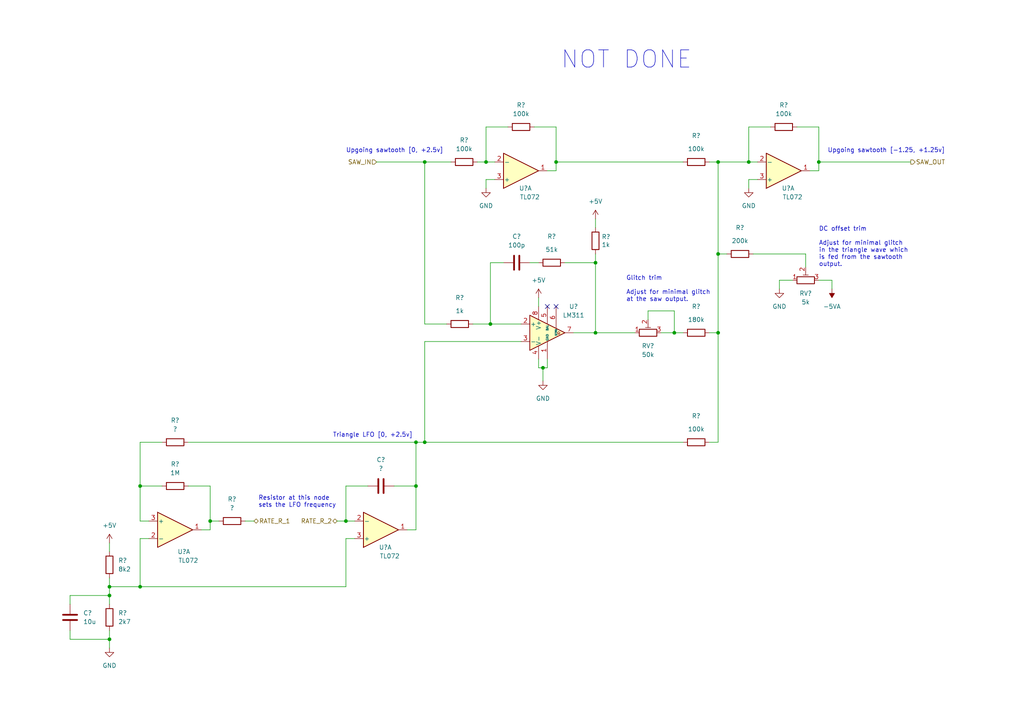
<source format=kicad_sch>
(kicad_sch (version 20211123) (generator eeschema)
  (paper "A4")
  (lib_symbols
    (symbol "Amplifier_Operational:TL072" (pin_names (offset 0.127))
      (property "Reference" "U" (at 0 5.08 0))
      (property "Value" "TL072" (at 0 -5.08 0))
      (symbol "TL072_1_1"
        (polyline (pts (xy -5.08 5.08) (xy 5.08 0) (xy -5.08 -5.08) (xy -5.08 5.08)) (stroke (width 0.254)) (fill (type background)))
        (pin output line (at 7.62 0 180) (length 2.54) (name "~") (number "1"))
        (pin input line (at -7.62 -2.54 0) (length 2.54) (name "-") (number "2"))
        (pin input line (at -7.62 2.54 0) (length 2.54) (name "+") (number "3"))
      )
      (symbol "TL072_2_1"
        (polyline (pts (xy -5.08 5.08) (xy 5.08 0) (xy -5.08 -5.08) (xy -5.08 5.08)) (stroke (width 0.254)) (fill (type background)))
        (pin input line (at -7.62 2.54 0) (length 2.54) (name "+") (number "5"))
        (pin input line (at -7.62 -2.54 0) (length 2.54) (name "-") (number "6"))
        (pin output line (at 7.62 0 180) (length 2.54) (name "~") (number "7"))
      )
      (symbol "TL072_3_1"
        (pin power_in line (at -2.54 -7.62 90) (length 3.81) (name "V-") (number "4"))
        (pin power_in line (at -2.54 7.62 270) (length 3.81) (name "V+") (number "8"))
      )
    )
    (symbol "Comparator:LM311" (pin_names (offset 0.127))
      (property "Reference" "U" (at 3.81 6.35 0))
      (property "Value" "LM311" (at 3.81 3.81 0))
      (symbol "LM311_0_1"
        (polyline (pts (xy 5.08 0) (xy -5.08 5.08) (xy -5.08 -5.08) (xy 5.08 0)) (stroke (width 0.254)) (fill (type background)))
        (polyline (pts (xy 3.683 -0.381) (xy 3.302 -0.381) (xy 3.683 0) (xy 3.302 0.381) (xy 2.921 0) (xy 3.302 -0.381) (xy 2.921 -0.381)) (stroke (width 0.127)))
      )
      (symbol "LM311_1_1"
        (pin passive line (at 0 -7.62 90) (length 5.08) (name "GND") (number "1"))
        (pin input line (at -7.62 2.54 0) (length 2.54) (name "+") (number "2"))
        (pin input line (at -7.62 -2.54 0) (length 2.54) (name "-") (number "3"))
        (pin power_in line (at -2.54 -7.62 90) (length 3.81) (name "V-") (number "4"))
        (pin input line (at 0 7.62 270) (length 5.08) (name "BAL") (number "5"))
        (pin input line (at 2.54 7.62 270) (length 6.35) (name "STRB") (number "6"))
        (pin open_collector line (at 7.62 0 180) (length 2.54) (name "~") (number "7"))
        (pin power_in line (at -2.54 7.62 270) (length 3.81) (name "V+") (number "8"))
      )
    )
    (symbol "Device:C" (pin_numbers hide) (pin_names (offset 0.254))
      (property "Reference" "C" (at 0.635 2.54 0))
      (property "Value" "C" (at 0.635 -2.54 0))
      (symbol "C_0_1"
        (polyline (pts (xy -2.032 -0.762) (xy 2.032 -0.762)) (stroke (width 0.508)))
        (polyline (pts (xy -2.032 0.762) (xy 2.032 0.762)) (stroke (width 0.508)))
      )
      (symbol "C_1_1"
        (pin passive line (at 0 3.81 270) (length 2.794) (name "~") (number "1"))
        (pin passive line (at 0 -3.81 90) (length 2.794) (name "~") (number "2"))
      )
    )
    (symbol "Device:R" (pin_numbers hide) (pin_names (offset 0))
      (property "Reference" "R" (at 2.032 0 90))
      (property "Value" "R" (at 0 0 90))
      (symbol "R_0_1"
        (rectangle (start -1.016 -2.54) (end 1.016 2.54) (stroke (width 0.254)))
      )
      (symbol "R_1_1"
        (pin passive line (at 0 3.81 270) (length 1.27) (name "~") (number "1"))
        (pin passive line (at 0 -3.81 90) (length 1.27) (name "~") (number "2"))
      )
    )
    (symbol "Device:R_Potentiometer_Trim" (pin_names (offset 1.016) hide)
      (property "Reference" "RV" (at -4.445 0 90))
      (property "Value" "R_Potentiometer_Trim" (at -2.54 0 90))
      (symbol "R_Potentiometer_Trim_0_1"
        (polyline (pts (xy 1.524 0.762) (xy 1.524 -0.762)))
        (polyline (pts (xy 2.54 0) (xy 1.524 0)))
        (rectangle (start 1.016 2.54) (end -1.016 -2.54) (stroke (width 0.254)))
      )
      (symbol "R_Potentiometer_Trim_1_1"
        (pin passive line (at 0 3.81 270) (length 1.27) (name "1") (number "1"))
        (pin passive line (at 3.81 0 180) (length 1.27) (name "2") (number "2"))
        (pin passive line (at 0 -3.81 90) (length 1.27) (name "3") (number "3"))
      )
    )
    (symbol "power:+5V" (power) (pin_names (offset 0))
      (property "Value" "+5V" (at 0 3.556 0))
      (symbol "+5V_0_1"
        (polyline (pts (xy -0.762 1.27) (xy 0 2.54)))
        (polyline (pts (xy 0 0) (xy 0 2.54)))
        (polyline (pts (xy 0 2.54) (xy 0.762 1.27)))
      )
      (symbol "+5V_1_1"
        (pin power_in line (at 0 0 90) (length 0) hide (name "+5V") (number "1"))
      )
    )
    (symbol "power:-5VA" (power) (pin_names (offset 0))
      (property "Value" "-5VA" (at 0 3.81 0))
      (symbol "-5VA_0_0"
        (pin power_in line (at 0 0 90) (length 0) hide (name "-5VA") (number "1"))
      )
      (symbol "-5VA_0_1"
        (polyline (pts (xy 0 0) (xy 0 1.27) (xy 0.762 1.27) (xy 0 2.54) (xy -0.762 1.27) (xy 0 1.27)) (fill (type outline)))
      )
    )
    (symbol "power:GND" (power) (pin_names (offset 0))
      (property "Value" "GND" (at 0 -3.81 0))
      (symbol "GND_0_1"
        (polyline (pts (xy 0 0) (xy 0 -1.27) (xy 1.27 -1.27) (xy 0 -2.54) (xy -1.27 -1.27) (xy 0 -1.27)))
      )
      (symbol "GND_1_1"
        (pin power_in line (at 0 0 270) (length 0) hide (name "GND") (number "1"))
      )
    )
  )
  (junction (at 31.75 172.72))
  (junction (at 120.65 140.97))
  (junction (at 208.28 46.99))
  (junction (at 120.65 128.27))
  (junction (at 172.72 76.2))
  (junction (at 123.19 46.99))
  (junction (at 217.17 46.99))
  (junction (at 208.28 73.66))
  (junction (at 140.97 46.99))
  (junction (at 172.72 96.52))
  (junction (at 142.24 93.98))
  (junction (at 40.64 140.97))
  (junction (at 31.75 185.42))
  (junction (at 31.75 170.18))
  (junction (at 157.48 106.68))
  (junction (at 161.29 46.99))
  (junction (at 195.58 96.52))
  (junction (at 40.64 170.18))
  (junction (at 237.49 46.99))
  (junction (at 100.33 151.13))
  (junction (at 60.96 151.13))
  (junction (at 123.19 128.27))
  (junction (at 208.28 96.52))
  (no_connect (at 158.75 88.9))
  (no_connect (at 161.29 88.9))
  (wire (pts (xy 31.75 172.72) (xy 31.75 175.26)))
  (wire (pts (xy 233.68 73.66) (xy 218.44 73.66)))
  (wire (pts (xy 205.74 128.27) (xy 208.28 128.27)))
  (wire (pts (xy 195.58 90.17) (xy 187.96 90.17)))
  (wire (pts (xy 156.21 86.36) (xy 156.21 88.9)))
  (wire (pts (xy 138.43 46.99) (xy 140.97 46.99)))
  (wire (pts (xy 161.29 36.83) (xy 161.29 46.99)))
  (wire (pts (xy 31.75 170.18) (xy 40.64 170.18)))
  (wire (pts (xy 31.75 170.18) (xy 31.75 172.72)))
  (wire (pts (xy 142.24 93.98) (xy 151.13 93.98)))
  (wire (pts (xy 157.48 106.68) (xy 158.75 106.68)))
  (wire (pts (xy 161.29 46.99) (xy 198.12 46.99)))
  (wire (pts (xy 140.97 46.99) (xy 140.97 36.83)))
  (wire (pts (xy 172.72 63.5) (xy 172.72 66.04)))
  (wire (pts (xy 140.97 54.61) (xy 140.97 52.07)))
  (wire (pts (xy 20.32 182.88) (xy 20.32 185.42)))
  (wire (pts (xy 191.77 96.52) (xy 195.58 96.52)))
  (wire (pts (xy 20.32 185.42) (xy 31.75 185.42)))
  (wire (pts (xy 205.74 46.99) (xy 208.28 46.99)))
  (wire (pts (xy 217.17 36.83) (xy 223.52 36.83)))
  (wire (pts (xy 172.72 76.2) (xy 172.72 96.52)))
  (wire (pts (xy 40.64 156.21) (xy 43.18 156.21)))
  (wire (pts (xy 100.33 151.13) (xy 102.87 151.13)))
  (wire (pts (xy 208.28 46.99) (xy 208.28 73.66)))
  (wire (pts (xy 60.96 151.13) (xy 60.96 153.67)))
  (wire (pts (xy 161.29 46.99) (xy 161.29 49.53)))
  (wire (pts (xy 120.65 140.97) (xy 114.3 140.97)))
  (wire (pts (xy 237.49 36.83) (xy 231.14 36.83)))
  (wire (pts (xy 20.32 172.72) (xy 31.75 172.72)))
  (wire (pts (xy 120.65 128.27) (xy 123.19 128.27)))
  (wire (pts (xy 31.75 157.48) (xy 31.75 160.02)))
  (wire (pts (xy 60.96 140.97) (xy 54.61 140.97)))
  (wire (pts (xy 40.64 151.13) (xy 43.18 151.13)))
  (wire (pts (xy 100.33 140.97) (xy 106.68 140.97)))
  (wire (pts (xy 58.42 153.67) (xy 60.96 153.67)))
  (wire (pts (xy 208.28 46.99) (xy 217.17 46.99)))
  (wire (pts (xy 120.65 140.97) (xy 120.65 153.67)))
  (wire (pts (xy 237.49 81.28) (xy 241.3 81.28)))
  (wire (pts (xy 123.19 46.99) (xy 130.81 46.99)))
  (wire (pts (xy 208.28 128.27) (xy 208.28 96.52)))
  (wire (pts (xy 31.75 167.64) (xy 31.75 170.18)))
  (wire (pts (xy 31.75 185.42) (xy 31.75 182.88)))
  (wire (pts (xy 40.64 140.97) (xy 40.64 151.13)))
  (wire (pts (xy 123.19 99.06) (xy 123.19 128.27)))
  (wire (pts (xy 118.11 153.67) (xy 120.65 153.67)))
  (wire (pts (xy 237.49 49.53) (xy 237.49 46.99)))
  (wire (pts (xy 60.96 140.97) (xy 60.96 151.13)))
  (wire (pts (xy 123.19 46.99) (xy 123.19 93.98)))
  (wire (pts (xy 140.97 46.99) (xy 143.51 46.99)))
  (wire (pts (xy 140.97 52.07) (xy 143.51 52.07)))
  (wire (pts (xy 233.68 77.47) (xy 233.68 73.66)))
  (wire (pts (xy 31.75 185.42) (xy 31.75 187.96)))
  (wire (pts (xy 40.64 170.18) (xy 100.33 170.18)))
  (wire (pts (xy 217.17 52.07) (xy 219.71 52.07)))
  (wire (pts (xy 123.19 99.06) (xy 151.13 99.06)))
  (wire (pts (xy 109.22 46.99) (xy 123.19 46.99)))
  (wire (pts (xy 172.72 73.66) (xy 172.72 76.2)))
  (wire (pts (xy 146.05 76.2) (xy 142.24 76.2)))
  (wire (pts (xy 123.19 128.27) (xy 198.12 128.27)))
  (wire (pts (xy 158.75 49.53) (xy 161.29 49.53)))
  (wire (pts (xy 172.72 96.52) (xy 184.15 96.52)))
  (wire (pts (xy 195.58 96.52) (xy 195.58 90.17)))
  (wire (pts (xy 161.29 36.83) (xy 154.94 36.83)))
  (wire (pts (xy 210.82 73.66) (xy 208.28 73.66)))
  (wire (pts (xy 156.21 106.68) (xy 157.48 106.68)))
  (wire (pts (xy 20.32 175.26) (xy 20.32 172.72)))
  (wire (pts (xy 205.74 96.52) (xy 208.28 96.52)))
  (wire (pts (xy 137.16 93.98) (xy 142.24 93.98)))
  (wire (pts (xy 100.33 156.21) (xy 102.87 156.21)))
  (wire (pts (xy 237.49 46.99) (xy 237.49 36.83)))
  (wire (pts (xy 241.3 81.28) (xy 241.3 83.82)))
  (wire (pts (xy 97.79 151.13) (xy 100.33 151.13)))
  (wire (pts (xy 142.24 76.2) (xy 142.24 93.98)))
  (wire (pts (xy 158.75 104.14) (xy 158.75 106.68)))
  (wire (pts (xy 166.37 96.52) (xy 172.72 96.52)))
  (wire (pts (xy 208.28 73.66) (xy 208.28 96.52)))
  (wire (pts (xy 120.65 140.97) (xy 120.65 128.27)))
  (wire (pts (xy 187.96 90.17) (xy 187.96 92.71)))
  (wire (pts (xy 120.65 128.27) (xy 54.61 128.27)))
  (wire (pts (xy 46.99 128.27) (xy 40.64 128.27)))
  (wire (pts (xy 60.96 151.13) (xy 63.5 151.13)))
  (wire (pts (xy 156.21 104.14) (xy 156.21 106.68)))
  (wire (pts (xy 226.06 81.28) (xy 229.87 81.28)))
  (wire (pts (xy 217.17 46.99) (xy 219.71 46.99)))
  (wire (pts (xy 195.58 96.52) (xy 198.12 96.52)))
  (wire (pts (xy 234.95 49.53) (xy 237.49 49.53)))
  (wire (pts (xy 163.83 76.2) (xy 172.72 76.2)))
  (wire (pts (xy 40.64 128.27) (xy 40.64 140.97)))
  (wire (pts (xy 46.99 140.97) (xy 40.64 140.97)))
  (wire (pts (xy 226.06 83.82) (xy 226.06 81.28)))
  (wire (pts (xy 71.12 151.13) (xy 73.66 151.13)))
  (wire (pts (xy 123.19 93.98) (xy 129.54 93.98)))
  (wire (pts (xy 157.48 106.68) (xy 157.48 110.49)))
  (wire (pts (xy 100.33 151.13) (xy 100.33 140.97)))
  (wire (pts (xy 40.64 156.21) (xy 40.64 170.18)))
  (wire (pts (xy 217.17 54.61) (xy 217.17 52.07)))
  (wire (pts (xy 217.17 46.99) (xy 217.17 36.83)))
  (wire (pts (xy 140.97 36.83) (xy 147.32 36.83)))
  (wire (pts (xy 153.67 76.2) (xy 156.21 76.2)))
  (wire (pts (xy 100.33 156.21) (xy 100.33 170.18)))
  (wire (pts (xy 237.49 46.99) (xy 264.16 46.99)))
  (text "DC offset trim\n\nAdjust for minimal glitch \nin the triangle wave which\nis fed from the sawtooth\noutput." (at 237.49 77.47 0) (effects (font (size 1.27 1.27)) (justify left bottom)))
  (text "Resistor at this node\nsets the LFO frequency" (at 74.93 147.32 0) (effects (font (size 1.27 1.27)) (justify left bottom)))
  (text "NOT DONE" (at 162.56 20.32 0) (effects (font (size 5 5)) (justify left bottom)))
  (text "Triangle LFO [0, +2.5v]" (at 96.52 127 0) (effects (font (size 1.27 1.27)) (justify left bottom)))
  (text "Upgoing sawtooth [-1.25, +1.25v]" (at 240.03 44.45 0) (effects (font (size 1.27 1.27)) (justify left bottom)))
  (text "Glitch trim\n\nAdjust for minimal glitch\nat the saw output." (at 181.61 87.63 0) (effects (font (size 1.27 1.27)) (justify left bottom)))
  (text "Upgoing sawtooth [0, +2.5v]" (at 100.33 44.45 0) (effects (font (size 1.27 1.27)) (justify left bottom)))
  (hierarchical_label "RATE_R_1" (shape bidirectional) (at 73.66 151.13 0))
  (hierarchical_label "SAW_IN" (shape input) (at 109.22 46.99 180))
  (hierarchical_label "SAW_OUT" (shape output) (at 264.16 46.99 0))
  (hierarchical_label "RATE_R_2" (shape bidirectional) (at 97.79 151.13 180))
  (symbol (lib_id "Device:R") (at 201.93 128.27 90) (unit 1)
    (property "Reference" "R?" (at 201.93 120.65 90))
    (property "Value" "100k" (at 201.93 124.46 90))
  )
  (symbol (lib_id "Device:R") (at 151.13 36.83 90) (unit 1)
    (property "Reference" "R?" (at 151.13 30.48 90))
    (property "Value" "100k" (at 151.13 33.02 90))
  )
  (symbol (lib_id "Amplifier_Operational:TL072") (at 227.33 49.53 0) (mirror x) (unit 1)
    (property "Reference" "U?" (at 228.6 54.61 0))
    (property "Value" "TL072" (at 229.87 57.15 0))
    (property "Datasheet" "http://www.ti.com/lit/ds/symlink/tl071.pdf" (effects hide))
  )
  (symbol (lib_id "power:GND") (at 157.48 110.49 0) (unit 1)
    (property "Reference" "#PWR?" (effects hide))
    (property "Value" "GND" (at 157.48 115.57 0))
  )
  (symbol (lib_id "Device:R") (at 50.8 128.27 90) (unit 1)
    (property "Reference" "R?" (at 50.8 121.92 90))
    (property "Value" "?" (at 50.8 124.46 90))
  )
  (symbol (lib_id "Device:R") (at 133.35 93.98 90) (unit 1)
    (property "Reference" "R?" (at 133.35 86.36 90))
    (property "Value" "1k" (at 133.35 90.17 90))
  )
  (symbol (lib_id "power:+5V") (at 156.21 86.36 0) (unit 1)
    (property "Reference" "#PWR?" (effects hide))
    (property "Value" "+5V" (at 156.21 81.28 0))
  )
  (symbol (lib_id "Amplifier_Operational:TL072") (at 110.49 153.67 0) (mirror x) (unit 1)
    (property "Reference" "U?" (at 111.76 158.75 0))
    (property "Value" "TL072" (at 113.03 161.29 0))
    (property "Datasheet" "http://www.ti.com/lit/ds/symlink/tl071.pdf" (effects hide))
  )
  (symbol (lib_id "Device:R") (at 31.75 179.07 0) (unit 1)
    (property "Reference" "R?" (at 34.29 177.7999 0) (effects (justify left)))
    (property "Value" "2k7" (at 34.29 180.3399 0) (effects (justify left)))
  )
  (symbol (lib_id "Device:R") (at 67.31 151.13 90) (unit 1)
    (property "Reference" "R?" (at 67.31 144.78 90))
    (property "Value" "?" (at 67.31 147.32 90))
  )
  (symbol (lib_id "power:-5VA") (at 241.3 83.82 0) (mirror x) (unit 1)
    (property "Reference" "#PWR?" (effects hide))
    (property "Value" "-5VA" (at 241.3 88.9 0))
  )
  (symbol (lib_id "Device:R") (at 227.33 36.83 90) (unit 1)
    (property "Reference" "R?" (at 227.33 30.48 90))
    (property "Value" "100k" (at 227.33 33.02 90))
  )
  (symbol (lib_id "Device:R") (at 201.93 96.52 90) (unit 1)
    (property "Reference" "R?" (at 201.93 88.9 90))
    (property "Value" "180k" (at 201.93 92.71 90))
  )
  (symbol (lib_id "Device:R") (at 134.62 46.99 90) (unit 1)
    (property "Reference" "R?" (at 134.62 40.64 90))
    (property "Value" "100k" (at 134.62 43.18 90))
  )
  (symbol (lib_id "Device:R") (at 201.93 46.99 90) (unit 1)
    (property "Reference" "R?" (at 201.93 39.37 90))
    (property "Value" "100k" (at 201.93 43.18 90))
  )
  (symbol (lib_id "Device:R_Potentiometer_Trim") (at 233.68 81.28 90) (unit 1)
    (property "Reference" "RV?" (at 233.68 85.09 90))
    (property "Value" "5k" (at 233.68 87.63 90))
  )
  (symbol (lib_id "Device:R") (at 50.8 140.97 90) (unit 1)
    (property "Reference" "R?" (at 50.8 134.62 90))
    (property "Value" "1M" (at 50.8 137.16 90))
  )
  (symbol (lib_id "power:GND") (at 31.75 187.96 0) (unit 1)
    (property "Reference" "#PWR?" (effects hide))
    (property "Value" "GND" (at 31.75 193.04 0))
  )
  (symbol (lib_id "power:+5V") (at 31.75 157.48 0) (unit 1)
    (property "Reference" "#PWR?" (effects hide))
    (property "Value" "+5V" (at 31.75 152.4 0))
  )
  (symbol (lib_id "Device:R") (at 31.75 163.83 0) (unit 1)
    (property "Reference" "R?" (at 34.29 162.5599 0) (effects (justify left)))
    (property "Value" "8k2" (at 34.29 165.0999 0) (effects (justify left)))
  )
  (symbol (lib_id "Device:R") (at 160.02 76.2 90) (unit 1)
    (property "Reference" "R?" (at 160.02 68.58 90))
    (property "Value" "51k" (at 160.02 72.39 90))
  )
  (symbol (lib_id "Device:C") (at 149.86 76.2 90) (unit 1)
    (property "Reference" "C?" (at 149.86 68.58 90))
    (property "Value" "100p" (at 149.86 71.12 90))
  )
  (symbol (lib_id "Comparator:LM311") (at 158.75 96.52 0) (unit 1)
    (property "Reference" "U?" (at 166.37 88.9 0))
    (property "Value" "LM311" (at 166.37 91.44 0))
    (property "Datasheet" "https://www.st.com/resource/en/datasheet/lm311.pdf" (effects hide))
  )
  (symbol (lib_id "Device:C") (at 20.32 179.07 0) (unit 1)
    (property "Reference" "C?" (at 24.13 177.7999 0) (effects (justify left)))
    (property "Value" "10u" (at 24.13 180.3399 0) (effects (justify left)))
  )
  (symbol (lib_id "Device:R") (at 214.63 73.66 270) (mirror x) (unit 1)
    (property "Reference" "R?" (at 214.63 66.04 90))
    (property "Value" "200k" (at 214.63 69.85 90))
  )
  (symbol (lib_id "power:GND") (at 140.97 54.61 0) (unit 1)
    (property "Reference" "#PWR?" (effects hide))
    (property "Value" "GND" (at 140.97 59.69 0))
  )
  (symbol (lib_id "Device:C") (at 110.49 140.97 90) (unit 1)
    (property "Reference" "C?" (at 110.49 133.35 90))
    (property "Value" "?" (at 110.49 135.89 90))
  )
  (symbol (lib_id "power:+5V") (at 172.72 63.5 0) (unit 1)
    (property "Reference" "#PWR?" (effects hide))
    (property "Value" "+5V" (at 172.72 58.42 0))
  )
  (symbol (lib_id "Amplifier_Operational:TL072") (at 151.13 49.53 0) (mirror x) (unit 1)
    (property "Reference" "U?" (at 152.4 54.61 0))
    (property "Value" "TL072" (at 153.67 57.15 0))
    (property "Datasheet" "http://www.ti.com/lit/ds/symlink/tl071.pdf" (effects hide))
  )
  (symbol (lib_id "power:GND") (at 226.06 83.82 0) (unit 1)
    (property "Reference" "#PWR?" (effects hide))
    (property "Value" "GND" (at 226.06 88.9 0))
  )
  (symbol (lib_id "power:GND") (at 217.17 54.61 0) (unit 1)
    (property "Reference" "#PWR?" (effects hide))
    (property "Value" "GND" (at 217.17 59.69 0))
  )
  (symbol (lib_id "Device:R") (at 172.72 69.85 180) (unit 1)
    (property "Reference" "R?" (at 174.498 68.6816 0) (effects (justify right)))
    (property "Value" "1k" (at 174.498 70.993 0) (effects (justify right)))
  )
  (symbol (lib_id "Device:R_Potentiometer_Trim") (at 187.96 96.52 90) (unit 1)
    (property "Reference" "RV?" (at 187.96 100.33 90))
    (property "Value" "50k" (at 187.96 102.87 90))
  )
  (symbol (lib_id "Amplifier_Operational:TL072") (at 50.8 153.67 0) (unit 1)
    (property "Reference" "U?" (at 53.34 160.02 0))
    (property "Value" "TL072" (at 54.61 162.56 0))
    (property "Datasheet" "http://www.ti.com/lit/ds/symlink/tl071.pdf" (effects hide))
  )
)
</source>
